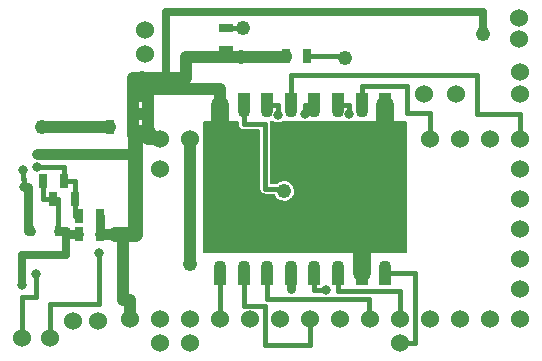
<source format=gbr>
%FSLAX23Y23*%
%MOIN*%
G04 EasyPC Gerber Version 17.0 Build 3379 *
%AMT107*0 Bullet Pad at angle 0*21,1,0.04331,0.05709,0,0,0*%
%ADD107T107*%
%ADD104R,0.02480X0.03268*%
%ADD28R,0.03150X0.04724*%
%ADD10C,0.00500*%
%ADD74C,0.01500*%
%ADD76C,0.02500*%
%ADD72C,0.03000*%
%ADD17C,0.03200*%
%ADD108C,0.03500*%
%ADD73C,0.04000*%
%ADD106C,0.04331*%
%ADD29C,0.04800*%
%ADD109C,0.05000*%
%ADD127C,0.05906*%
%ADD19C,0.06000*%
%ADD23R,0.04724X0.03150*%
%AMT105*0 Bullet Pad at angle 180*21,1,0.04331,0.05709,0,0,180*%
%ADD105T105*%
X0Y0D02*
D02*
D10*
X826Y781D02*
X714D01*
Y347*
X1388*
Y781*
X1208*
G75*
G02X1187I-10J27*
G01*
X978*
G75*
G02X945I-17J23*
G01*
X936*
G75*
G02X937Y773I-19J-7*
G01*
Y579*
X957*
G75*
G02X1018Y551I24J-27*
G01*
G75*
G02X947Y539I-37*
G01*
X917*
G75*
G02X897Y559J20*
G01*
Y753*
X846*
G75*
G02X826Y773J20*
G01*
Y781*
G36*
X714*
Y347*
X1388*
Y781*
X1208*
G75*
G02X1187I-10J27*
G01*
X978*
G75*
G02X945I-17J23*
G01*
X936*
G75*
G02X937Y773I-19J-7*
G01*
Y579*
X957*
G75*
G02X1018Y551I24J-27*
G01*
G75*
G02X947Y539I-37*
G01*
X917*
G75*
G02X897Y559J20*
G01*
Y753*
X846*
G75*
G02X826Y773J20*
G01*
Y781*
G37*
D02*
D17*
X108Y238D03*
X112Y620D03*
X113Y563D03*
X153Y273D03*
X158Y632D03*
Y673D03*
X363Y343D03*
X443Y248D03*
X961Y804D03*
X1050Y807D03*
X1120Y220D03*
X1198Y808D03*
D02*
D19*
X107Y62D03*
X200D03*
X278Y117D03*
X362Y117D03*
X468Y123D03*
X518Y1008D03*
Y1088D03*
X568Y43D03*
Y123D03*
Y623D03*
Y723D03*
X668Y43D03*
Y123D03*
Y723D03*
X768Y123D03*
X868D03*
X968D03*
X1067D03*
X1168D03*
X1268D03*
X1368Y43D03*
Y123D03*
X1448Y873D03*
X1468Y123D03*
Y723D03*
X1553Y873D03*
X1568Y123D03*
Y723D03*
X1668Y123D03*
Y723D03*
X1763Y1056D03*
Y1129D03*
X1768Y123D03*
Y223D03*
Y323D03*
Y423D03*
Y523D03*
Y623D03*
Y723D03*
Y873D03*
Y946D03*
D02*
D23*
X788Y1022D03*
Y1093D03*
D02*
D28*
X177Y583D03*
X212Y523D03*
X248Y583D03*
X283Y523D03*
X297Y407D03*
Y468D03*
X368Y407D03*
Y468D03*
X399Y764D03*
X470D03*
X987Y1002D03*
X1058D03*
D02*
D29*
X173Y763D03*
X507Y927D03*
X588Y928D03*
X668Y309D03*
X838Y998D03*
X843Y1093D03*
X981Y551D03*
X1183Y993D03*
X1643Y1073D03*
D02*
D72*
X113Y563D02*
X128D01*
Y418*
X137*
X228D02*
X253D01*
Y407*
X297*
X368Y468D02*
Y407D01*
X788Y1022D02*
Y998D01*
X838*
X1004Y225D02*
Y279D01*
X1003*
X1004Y225D03*
D02*
D73*
X173Y763D02*
X290D01*
Y764*
X399*
X416Y407D02*
X443D01*
Y248*
Y188*
X468*
Y123*
X477Y808D02*
X527D01*
X477D02*
Y868D01*
Y808D02*
Y738D01*
X527*
X477Y868D02*
X527D01*
Y877*
X477Y868D02*
Y928D01*
X588*
X527Y748D02*
Y723D01*
X568*
X527Y813D02*
Y748D01*
Y877D02*
Y813D01*
Y877D02*
Y902D01*
X507*
Y927*
X588Y928D02*
X653D01*
Y998*
X838*
X588Y928D02*
X547D01*
Y927*
X507*
X668Y723D02*
Y309D01*
X767Y837D02*
X768D01*
Y892*
X527*
Y877*
X987Y1002D02*
Y998D01*
X838*
D02*
D74*
X112Y620D02*
Y591D01*
X113*
Y563*
X153Y273D02*
Y198D01*
X107*
Y62*
X158Y632D02*
X248D01*
Y583*
X212Y523D02*
X177D01*
Y583*
X228Y418D02*
Y523D01*
X212*
X283D02*
Y583D01*
X248*
X283Y523D02*
Y468D01*
X297*
X363Y343D02*
Y173D01*
X200*
Y62*
X485Y673D02*
Y668D01*
X527Y738D02*
Y748D01*
Y808D02*
Y813D01*
X668Y309D02*
X668D01*
X767Y279D02*
Y123D01*
X768*
X788Y1093D02*
X843D01*
Y1093*
X846Y837D02*
Y773D01*
X917*
Y559*
X981*
Y551*
X846Y279D02*
Y166D01*
X918*
Y39*
X1067*
Y123*
X924Y837D02*
X961D01*
Y804*
X925Y279D02*
Y191D01*
X1263*
Y123*
X1268*
X1003Y837D02*
Y938D01*
X1623*
Y808*
X1768*
Y723*
X1058Y1002D02*
X1188D01*
Y998*
X1183Y993*
X1082Y837D02*
X1050D01*
Y807*
X1082Y279D02*
Y220D01*
X1120*
X1161Y837D02*
X1198D01*
Y808*
X1161Y279D02*
Y219D01*
X1368*
Y123*
X1239Y837D02*
Y902D01*
X1389*
Y811*
X1468*
Y723*
X1318Y635D02*
X1317D01*
X1318Y279D02*
X1418D01*
Y43*
X1368*
D02*
D76*
X253Y407D02*
Y338D01*
X108*
Y238*
X588Y928D02*
Y1148D01*
X1643*
Y1073*
D02*
D104*
X137Y418D03*
X228D03*
D02*
D105*
X767Y848D03*
D02*
D106*
Y819D03*
D02*
D105*
X846Y848D03*
D02*
D106*
Y819D03*
D02*
D105*
X924Y848D03*
D02*
D106*
Y819D03*
D02*
D105*
X1003Y848D03*
D02*
D106*
Y819D03*
D02*
D105*
X1082Y848D03*
D02*
D106*
Y819D03*
D02*
D105*
X1161Y848D03*
D02*
D106*
Y819D03*
D02*
D105*
X1239Y848D03*
D02*
D106*
Y819D03*
D02*
D105*
X1318Y848D03*
D02*
D106*
Y819D03*
D02*
D107*
X767Y269D03*
D02*
D106*
Y297D03*
D02*
D107*
X846Y269D03*
D02*
D106*
Y297D03*
D02*
D107*
X925Y269D03*
D02*
D106*
Y297D03*
D02*
D107*
X1003Y269D03*
D02*
D106*
Y297D03*
D02*
D107*
X1082Y269D03*
D02*
D106*
Y297D03*
D02*
D107*
X1161Y269D03*
D02*
D106*
Y297D03*
D02*
D107*
X1240Y269D03*
D02*
D106*
Y297D03*
D02*
D107*
X1318Y269D03*
D02*
D106*
Y297D03*
D02*
D108*
X158Y673D02*
X485D01*
X368Y407D02*
X416D01*
D02*
D109*
X485Y668D02*
Y407D01*
X416*
X527Y748D02*
X485D01*
Y668*
D02*
D127*
X767Y837D02*
Y675D01*
X766*
X1240Y279D02*
Y430D01*
X1229*
X1318Y837D02*
Y635D01*
X0Y0D02*
M02*

</source>
